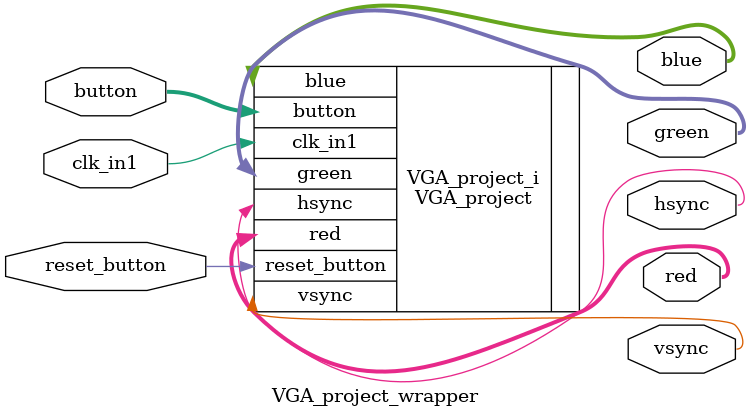
<source format=v>
`timescale 1 ps / 1 ps

module VGA_project_wrapper
   (blue,
    button,
    clk_in1,
    green,
    hsync,
    red,
    reset_button,
    vsync);
  output [4:0]blue;
  input [1:0]button;
  input clk_in1;
  output [5:0]green;
  output hsync;
  output [4:0]red;
  input reset_button;
  output vsync;

  wire [4:0]blue;
  wire [1:0]button;
  wire clk_in1;
  wire [5:0]green;
  wire hsync;
  wire [4:0]red;
  wire reset_button;
  wire vsync;

  VGA_project VGA_project_i
       (.blue(blue),
        .button(button),
        .clk_in1(clk_in1),
        .green(green),
        .hsync(hsync),
        .red(red),
        .reset_button(reset_button),
        .vsync(vsync));
endmodule

</source>
